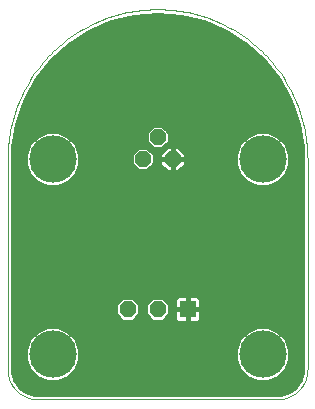
<source format=gtl>
G75*
%MOIN*%
%OFA0B0*%
%FSLAX25Y25*%
%IPPOS*%
%LPD*%
%AMOC8*
5,1,8,0,0,1.08239X$1,22.5*
%
%ADD10OC8,0.05200*%
%ADD11OC8,0.05600*%
%ADD12R,0.05600X0.05600*%
%ADD13C,0.00000*%
%ADD14C,0.15811*%
%ADD15C,0.01600*%
D10*
X0051800Y0104006D03*
X0056800Y0111506D03*
X0061800Y0104006D03*
D11*
X0056800Y0054006D03*
X0046800Y0054006D03*
D12*
X0066800Y0054006D03*
D13*
X0096800Y0024006D02*
X0016800Y0024006D01*
X0016558Y0024009D01*
X0016317Y0024018D01*
X0016076Y0024032D01*
X0015835Y0024053D01*
X0015595Y0024079D01*
X0015355Y0024111D01*
X0015116Y0024149D01*
X0014879Y0024192D01*
X0014642Y0024242D01*
X0014407Y0024297D01*
X0014173Y0024357D01*
X0013941Y0024424D01*
X0013710Y0024495D01*
X0013481Y0024573D01*
X0013254Y0024656D01*
X0013029Y0024744D01*
X0012806Y0024838D01*
X0012586Y0024937D01*
X0012368Y0025042D01*
X0012153Y0025151D01*
X0011940Y0025266D01*
X0011730Y0025386D01*
X0011524Y0025511D01*
X0011320Y0025641D01*
X0011119Y0025776D01*
X0010922Y0025916D01*
X0010728Y0026060D01*
X0010538Y0026209D01*
X0010352Y0026363D01*
X0010169Y0026521D01*
X0009990Y0026683D01*
X0009815Y0026850D01*
X0009644Y0027021D01*
X0009477Y0027196D01*
X0009315Y0027375D01*
X0009157Y0027558D01*
X0009003Y0027744D01*
X0008854Y0027934D01*
X0008710Y0028128D01*
X0008570Y0028325D01*
X0008435Y0028526D01*
X0008305Y0028730D01*
X0008180Y0028936D01*
X0008060Y0029146D01*
X0007945Y0029359D01*
X0007836Y0029574D01*
X0007731Y0029792D01*
X0007632Y0030012D01*
X0007538Y0030235D01*
X0007450Y0030460D01*
X0007367Y0030687D01*
X0007289Y0030916D01*
X0007218Y0031147D01*
X0007151Y0031379D01*
X0007091Y0031613D01*
X0007036Y0031848D01*
X0006986Y0032085D01*
X0006943Y0032322D01*
X0006905Y0032561D01*
X0006873Y0032801D01*
X0006847Y0033041D01*
X0006826Y0033282D01*
X0006812Y0033523D01*
X0006803Y0033764D01*
X0006800Y0034006D01*
X0006800Y0104006D01*
X0006815Y0105224D01*
X0006859Y0106440D01*
X0006933Y0107656D01*
X0007037Y0108869D01*
X0007170Y0110079D01*
X0007333Y0111286D01*
X0007525Y0112488D01*
X0007746Y0113686D01*
X0007996Y0114878D01*
X0008275Y0116063D01*
X0008583Y0117241D01*
X0008920Y0118411D01*
X0009285Y0119573D01*
X0009678Y0120725D01*
X0010099Y0121868D01*
X0010548Y0122999D01*
X0011024Y0124120D01*
X0011528Y0125229D01*
X0012058Y0126325D01*
X0012615Y0127408D01*
X0013198Y0128477D01*
X0013806Y0129531D01*
X0014441Y0130571D01*
X0015100Y0131594D01*
X0015784Y0132602D01*
X0016493Y0133592D01*
X0017225Y0134565D01*
X0017981Y0135519D01*
X0018760Y0136455D01*
X0019561Y0137372D01*
X0020385Y0138269D01*
X0021230Y0139145D01*
X0022096Y0140001D01*
X0022983Y0140836D01*
X0023890Y0141648D01*
X0024816Y0142438D01*
X0025762Y0143206D01*
X0026725Y0143950D01*
X0027707Y0144670D01*
X0028706Y0145367D01*
X0029721Y0146039D01*
X0030753Y0146686D01*
X0031800Y0147307D01*
X0032862Y0147903D01*
X0033938Y0148473D01*
X0035027Y0149017D01*
X0036130Y0149533D01*
X0037245Y0150023D01*
X0038371Y0150486D01*
X0039508Y0150921D01*
X0040656Y0151328D01*
X0041813Y0151707D01*
X0042979Y0152058D01*
X0044153Y0152380D01*
X0045335Y0152674D01*
X0046524Y0152939D01*
X0047718Y0153174D01*
X0048918Y0153381D01*
X0050123Y0153558D01*
X0051331Y0153706D01*
X0052543Y0153824D01*
X0053758Y0153913D01*
X0054974Y0153973D01*
X0056191Y0154002D01*
X0057409Y0154002D01*
X0058626Y0153973D01*
X0059842Y0153913D01*
X0061057Y0153824D01*
X0062269Y0153706D01*
X0063477Y0153558D01*
X0064682Y0153381D01*
X0065882Y0153174D01*
X0067076Y0152939D01*
X0068265Y0152674D01*
X0069447Y0152380D01*
X0070621Y0152058D01*
X0071787Y0151707D01*
X0072944Y0151328D01*
X0074092Y0150921D01*
X0075229Y0150486D01*
X0076355Y0150023D01*
X0077470Y0149533D01*
X0078573Y0149017D01*
X0079662Y0148473D01*
X0080738Y0147903D01*
X0081800Y0147307D01*
X0082847Y0146686D01*
X0083879Y0146039D01*
X0084894Y0145367D01*
X0085893Y0144670D01*
X0086875Y0143950D01*
X0087838Y0143206D01*
X0088784Y0142438D01*
X0089710Y0141648D01*
X0090617Y0140836D01*
X0091504Y0140001D01*
X0092370Y0139145D01*
X0093215Y0138269D01*
X0094039Y0137372D01*
X0094840Y0136455D01*
X0095619Y0135519D01*
X0096375Y0134565D01*
X0097107Y0133592D01*
X0097816Y0132602D01*
X0098500Y0131594D01*
X0099159Y0130571D01*
X0099794Y0129531D01*
X0100402Y0128477D01*
X0100985Y0127408D01*
X0101542Y0126325D01*
X0102072Y0125229D01*
X0102576Y0124120D01*
X0103052Y0122999D01*
X0103501Y0121868D01*
X0103922Y0120725D01*
X0104315Y0119573D01*
X0104680Y0118411D01*
X0105017Y0117241D01*
X0105325Y0116063D01*
X0105604Y0114878D01*
X0105854Y0113686D01*
X0106075Y0112488D01*
X0106267Y0111286D01*
X0106430Y0110079D01*
X0106563Y0108869D01*
X0106667Y0107656D01*
X0106741Y0106440D01*
X0106785Y0105224D01*
X0106800Y0104006D01*
X0106800Y0034006D01*
X0106797Y0033764D01*
X0106788Y0033523D01*
X0106774Y0033282D01*
X0106753Y0033041D01*
X0106727Y0032801D01*
X0106695Y0032561D01*
X0106657Y0032322D01*
X0106614Y0032085D01*
X0106564Y0031848D01*
X0106509Y0031613D01*
X0106449Y0031379D01*
X0106382Y0031147D01*
X0106311Y0030916D01*
X0106233Y0030687D01*
X0106150Y0030460D01*
X0106062Y0030235D01*
X0105968Y0030012D01*
X0105869Y0029792D01*
X0105764Y0029574D01*
X0105655Y0029359D01*
X0105540Y0029146D01*
X0105420Y0028936D01*
X0105295Y0028730D01*
X0105165Y0028526D01*
X0105030Y0028325D01*
X0104890Y0028128D01*
X0104746Y0027934D01*
X0104597Y0027744D01*
X0104443Y0027558D01*
X0104285Y0027375D01*
X0104123Y0027196D01*
X0103956Y0027021D01*
X0103785Y0026850D01*
X0103610Y0026683D01*
X0103431Y0026521D01*
X0103248Y0026363D01*
X0103062Y0026209D01*
X0102872Y0026060D01*
X0102678Y0025916D01*
X0102481Y0025776D01*
X0102280Y0025641D01*
X0102076Y0025511D01*
X0101870Y0025386D01*
X0101660Y0025266D01*
X0101447Y0025151D01*
X0101232Y0025042D01*
X0101014Y0024937D01*
X0100794Y0024838D01*
X0100571Y0024744D01*
X0100346Y0024656D01*
X0100119Y0024573D01*
X0099890Y0024495D01*
X0099659Y0024424D01*
X0099427Y0024357D01*
X0099193Y0024297D01*
X0098958Y0024242D01*
X0098721Y0024192D01*
X0098484Y0024149D01*
X0098245Y0024111D01*
X0098005Y0024079D01*
X0097765Y0024053D01*
X0097524Y0024032D01*
X0097283Y0024018D01*
X0097042Y0024009D01*
X0096800Y0024006D01*
D14*
X0091800Y0039006D03*
X0091800Y0104006D03*
X0021800Y0104006D03*
X0021800Y0039006D03*
D15*
X0027953Y0031998D02*
X0085647Y0031998D01*
X0086529Y0031117D02*
X0089949Y0029700D01*
X0093651Y0029700D01*
X0097071Y0031117D01*
X0099689Y0033735D01*
X0101105Y0037155D01*
X0101105Y0040857D01*
X0099689Y0044277D01*
X0097071Y0046895D01*
X0093651Y0048311D01*
X0089949Y0048311D01*
X0086529Y0046895D01*
X0083911Y0044277D01*
X0082494Y0040857D01*
X0082494Y0037155D01*
X0083911Y0033735D01*
X0086529Y0031117D01*
X0088260Y0030400D02*
X0025340Y0030400D01*
X0023651Y0029700D02*
X0027071Y0031117D01*
X0029689Y0033735D01*
X0031105Y0037155D01*
X0031105Y0040857D01*
X0029689Y0044277D01*
X0027071Y0046895D01*
X0023651Y0048311D01*
X0019949Y0048311D01*
X0016529Y0046895D01*
X0013911Y0044277D01*
X0012494Y0040857D01*
X0012494Y0037155D01*
X0013911Y0033735D01*
X0016529Y0031117D01*
X0019949Y0029700D01*
X0023651Y0029700D01*
X0018260Y0030400D02*
X0009456Y0030400D01*
X0009494Y0030283D02*
X0008701Y0032723D01*
X0008600Y0034006D01*
X0008600Y0104006D01*
X0008765Y0107986D01*
X0010075Y0115838D01*
X0012660Y0123368D01*
X0016449Y0130369D01*
X0021338Y0136651D01*
X0027195Y0142042D01*
X0033859Y0146397D01*
X0041149Y0149594D01*
X0048867Y0151549D01*
X0056800Y0152206D01*
X0064733Y0151549D01*
X0072451Y0149594D01*
X0079741Y0146397D01*
X0086405Y0142042D01*
X0092262Y0136651D01*
X0097151Y0130369D01*
X0100940Y0123368D01*
X0103525Y0115838D01*
X0104835Y0107986D01*
X0105000Y0104006D01*
X0105000Y0034006D01*
X0104899Y0032723D01*
X0104106Y0030283D01*
X0102598Y0028208D01*
X0100523Y0026700D01*
X0098083Y0025907D01*
X0096800Y0025806D01*
X0016800Y0025806D01*
X0015517Y0025907D01*
X0013077Y0026700D01*
X0011002Y0028208D01*
X0009494Y0030283D01*
X0008936Y0031998D02*
X0015647Y0031998D01*
X0014049Y0033597D02*
X0008632Y0033597D01*
X0008600Y0035195D02*
X0013306Y0035195D01*
X0012644Y0036794D02*
X0008600Y0036794D01*
X0008600Y0038393D02*
X0012494Y0038393D01*
X0012494Y0039991D02*
X0008600Y0039991D01*
X0008600Y0041590D02*
X0012798Y0041590D01*
X0013460Y0043188D02*
X0008600Y0043188D01*
X0008600Y0044787D02*
X0014421Y0044787D01*
X0016019Y0046385D02*
X0008600Y0046385D01*
X0008600Y0047984D02*
X0019158Y0047984D01*
X0024442Y0047984D02*
X0089158Y0047984D01*
X0086019Y0046385D02*
X0027581Y0046385D01*
X0029179Y0044787D02*
X0084421Y0044787D01*
X0083460Y0043188D02*
X0030140Y0043188D01*
X0030802Y0041590D02*
X0082798Y0041590D01*
X0082494Y0039991D02*
X0031105Y0039991D01*
X0031105Y0038393D02*
X0082494Y0038393D01*
X0082644Y0036794D02*
X0030956Y0036794D01*
X0030294Y0035195D02*
X0083306Y0035195D01*
X0084049Y0033597D02*
X0029551Y0033597D01*
X0045060Y0049806D02*
X0042600Y0052266D01*
X0042600Y0055746D01*
X0045060Y0058206D01*
X0048540Y0058206D01*
X0051000Y0055746D01*
X0051000Y0052266D01*
X0048540Y0049806D01*
X0045060Y0049806D01*
X0043686Y0051181D02*
X0008600Y0051181D01*
X0008600Y0052779D02*
X0042600Y0052779D01*
X0042600Y0054378D02*
X0008600Y0054378D01*
X0008600Y0055976D02*
X0042831Y0055976D01*
X0044429Y0057575D02*
X0008600Y0057575D01*
X0008600Y0059173D02*
X0105000Y0059173D01*
X0105000Y0057575D02*
X0071235Y0057575D01*
X0071277Y0057501D02*
X0071040Y0057911D01*
X0070705Y0058246D01*
X0070295Y0058483D01*
X0069837Y0058606D01*
X0066800Y0058606D01*
X0066800Y0054006D01*
X0066800Y0054006D01*
X0066800Y0058606D01*
X0063763Y0058606D01*
X0063305Y0058483D01*
X0062895Y0058246D01*
X0062560Y0057911D01*
X0062323Y0057501D01*
X0062200Y0057043D01*
X0062200Y0054006D01*
X0066800Y0054006D01*
X0071400Y0054006D01*
X0071400Y0057043D01*
X0071277Y0057501D01*
X0071400Y0055976D02*
X0105000Y0055976D01*
X0105000Y0054378D02*
X0071400Y0054378D01*
X0071400Y0054006D02*
X0066800Y0054006D01*
X0066800Y0054006D01*
X0066800Y0054006D01*
X0062200Y0054006D01*
X0062200Y0050969D01*
X0062323Y0050511D01*
X0062560Y0050101D01*
X0062895Y0049766D01*
X0063305Y0049529D01*
X0063763Y0049406D01*
X0066800Y0049406D01*
X0069837Y0049406D01*
X0070295Y0049529D01*
X0070705Y0049766D01*
X0071040Y0050101D01*
X0071277Y0050511D01*
X0071400Y0050969D01*
X0071400Y0054006D01*
X0071400Y0052779D02*
X0105000Y0052779D01*
X0105000Y0051181D02*
X0071400Y0051181D01*
X0070387Y0049582D02*
X0105000Y0049582D01*
X0105000Y0047984D02*
X0094442Y0047984D01*
X0097581Y0046385D02*
X0105000Y0046385D01*
X0105000Y0044787D02*
X0099179Y0044787D01*
X0100140Y0043188D02*
X0105000Y0043188D01*
X0105000Y0041590D02*
X0100802Y0041590D01*
X0101105Y0039991D02*
X0105000Y0039991D01*
X0105000Y0038393D02*
X0101105Y0038393D01*
X0100956Y0036794D02*
X0105000Y0036794D01*
X0105000Y0035195D02*
X0100294Y0035195D01*
X0099551Y0033597D02*
X0104968Y0033597D01*
X0104664Y0031998D02*
X0097953Y0031998D01*
X0095340Y0030400D02*
X0104144Y0030400D01*
X0103030Y0028801D02*
X0010570Y0028801D01*
X0012385Y0027203D02*
X0101215Y0027203D01*
X0105000Y0060772D02*
X0008600Y0060772D01*
X0008600Y0062370D02*
X0105000Y0062370D01*
X0105000Y0063969D02*
X0008600Y0063969D01*
X0008600Y0065567D02*
X0105000Y0065567D01*
X0105000Y0067166D02*
X0008600Y0067166D01*
X0008600Y0068764D02*
X0105000Y0068764D01*
X0105000Y0070363D02*
X0008600Y0070363D01*
X0008600Y0071961D02*
X0105000Y0071961D01*
X0105000Y0073560D02*
X0008600Y0073560D01*
X0008600Y0075158D02*
X0105000Y0075158D01*
X0105000Y0076757D02*
X0008600Y0076757D01*
X0008600Y0078355D02*
X0105000Y0078355D01*
X0105000Y0079954D02*
X0008600Y0079954D01*
X0008600Y0081552D02*
X0105000Y0081552D01*
X0105000Y0083151D02*
X0008600Y0083151D01*
X0008600Y0084749D02*
X0105000Y0084749D01*
X0105000Y0086348D02*
X0008600Y0086348D01*
X0008600Y0087946D02*
X0105000Y0087946D01*
X0105000Y0089545D02*
X0008600Y0089545D01*
X0008600Y0091143D02*
X0105000Y0091143D01*
X0105000Y0092742D02*
X0008600Y0092742D01*
X0008600Y0094340D02*
X0105000Y0094340D01*
X0105000Y0095939D02*
X0096641Y0095939D01*
X0097071Y0096117D02*
X0099689Y0098735D01*
X0101105Y0102155D01*
X0101105Y0105857D01*
X0099689Y0109277D01*
X0097071Y0111895D01*
X0093651Y0113311D01*
X0089949Y0113311D01*
X0086529Y0111895D01*
X0083911Y0109277D01*
X0082494Y0105857D01*
X0082494Y0102155D01*
X0083911Y0098735D01*
X0086529Y0096117D01*
X0089949Y0094700D01*
X0093651Y0094700D01*
X0097071Y0096117D01*
X0098491Y0097537D02*
X0105000Y0097537D01*
X0105000Y0099136D02*
X0099855Y0099136D01*
X0100517Y0100734D02*
X0105000Y0100734D01*
X0105000Y0102333D02*
X0101105Y0102333D01*
X0101105Y0103931D02*
X0105000Y0103931D01*
X0104937Y0105530D02*
X0101105Y0105530D01*
X0100579Y0107128D02*
X0104871Y0107128D01*
X0104712Y0108727D02*
X0099917Y0108727D01*
X0098640Y0110326D02*
X0104445Y0110326D01*
X0104178Y0111924D02*
X0097000Y0111924D01*
X0103223Y0116720D02*
X0010377Y0116720D01*
X0009955Y0115121D02*
X0054758Y0115121D01*
X0055143Y0115506D02*
X0052800Y0113163D01*
X0052800Y0109849D01*
X0055143Y0107506D01*
X0058457Y0107506D01*
X0060800Y0109849D01*
X0060800Y0113163D01*
X0058457Y0115506D01*
X0055143Y0115506D01*
X0053160Y0113523D02*
X0009688Y0113523D01*
X0009422Y0111924D02*
X0016600Y0111924D01*
X0016529Y0111895D02*
X0013911Y0109277D01*
X0012494Y0105857D01*
X0012494Y0102155D01*
X0013911Y0098735D01*
X0016529Y0096117D01*
X0019949Y0094700D01*
X0023651Y0094700D01*
X0027071Y0096117D01*
X0029689Y0098735D01*
X0031105Y0102155D01*
X0031105Y0105857D01*
X0029689Y0109277D01*
X0027071Y0111895D01*
X0023651Y0113311D01*
X0019949Y0113311D01*
X0016529Y0111895D01*
X0014960Y0110326D02*
X0009155Y0110326D01*
X0008888Y0108727D02*
X0013683Y0108727D01*
X0013021Y0107128D02*
X0008729Y0107128D01*
X0008663Y0105530D02*
X0012494Y0105530D01*
X0012494Y0103931D02*
X0008600Y0103931D01*
X0008600Y0102333D02*
X0012494Y0102333D01*
X0013083Y0100734D02*
X0008600Y0100734D01*
X0008600Y0099136D02*
X0013745Y0099136D01*
X0015109Y0097537D02*
X0008600Y0097537D01*
X0008600Y0095939D02*
X0016959Y0095939D01*
X0026641Y0095939D02*
X0086959Y0095939D01*
X0085109Y0097537D02*
X0028491Y0097537D01*
X0029855Y0099136D02*
X0083745Y0099136D01*
X0083083Y0100734D02*
X0064751Y0100734D01*
X0063623Y0099606D02*
X0066200Y0102183D01*
X0066200Y0104006D01*
X0066200Y0105828D01*
X0063623Y0108406D01*
X0061800Y0108406D01*
X0061800Y0104006D01*
X0061800Y0104006D01*
X0061800Y0108406D01*
X0059977Y0108406D01*
X0057400Y0105828D01*
X0057400Y0104006D01*
X0061800Y0104006D01*
X0066200Y0104006D01*
X0061800Y0104006D01*
X0061800Y0104006D01*
X0061800Y0104006D01*
X0057400Y0104006D01*
X0057400Y0102183D01*
X0059977Y0099606D01*
X0061800Y0099606D01*
X0063623Y0099606D01*
X0061800Y0099606D02*
X0061800Y0104006D01*
X0061800Y0104006D01*
X0061800Y0099606D01*
X0061800Y0100734D02*
X0061800Y0100734D01*
X0061800Y0102333D02*
X0061800Y0102333D01*
X0061800Y0103931D02*
X0061800Y0103931D01*
X0061800Y0105530D02*
X0061800Y0105530D01*
X0061800Y0107128D02*
X0061800Y0107128D01*
X0059678Y0108727D02*
X0083683Y0108727D01*
X0083021Y0107128D02*
X0064900Y0107128D01*
X0066200Y0105530D02*
X0082494Y0105530D01*
X0082494Y0103931D02*
X0066200Y0103931D01*
X0066200Y0102333D02*
X0082494Y0102333D01*
X0084960Y0110326D02*
X0060800Y0110326D01*
X0060800Y0111924D02*
X0086600Y0111924D01*
X0098483Y0127909D02*
X0015117Y0127909D01*
X0014252Y0126311D02*
X0099348Y0126311D01*
X0100213Y0124712D02*
X0013387Y0124712D01*
X0012573Y0123114D02*
X0101027Y0123114D01*
X0101576Y0121515D02*
X0012024Y0121515D01*
X0011475Y0119917D02*
X0102125Y0119917D01*
X0102674Y0118318D02*
X0010926Y0118318D01*
X0015983Y0129508D02*
X0097617Y0129508D01*
X0096578Y0131106D02*
X0017022Y0131106D01*
X0018267Y0132705D02*
X0095333Y0132705D01*
X0094089Y0134303D02*
X0019511Y0134303D01*
X0020755Y0135902D02*
X0092845Y0135902D01*
X0091339Y0137500D02*
X0022261Y0137500D01*
X0023997Y0139099D02*
X0089603Y0139099D01*
X0087866Y0140697D02*
X0025734Y0140697D01*
X0027583Y0142296D02*
X0086017Y0142296D01*
X0083571Y0143894D02*
X0030029Y0143894D01*
X0032476Y0145493D02*
X0081124Y0145493D01*
X0078157Y0147091D02*
X0035443Y0147091D01*
X0039087Y0148690D02*
X0074513Y0148690D01*
X0069710Y0150288D02*
X0043890Y0150288D01*
X0052949Y0151887D02*
X0060651Y0151887D01*
X0058842Y0115121D02*
X0103645Y0115121D01*
X0103912Y0113523D02*
X0060440Y0113523D01*
X0058700Y0107128D02*
X0054334Y0107128D01*
X0053457Y0108006D02*
X0050143Y0108006D01*
X0047800Y0105663D01*
X0047800Y0102349D01*
X0050143Y0100006D01*
X0053457Y0100006D01*
X0055800Y0102349D01*
X0055800Y0105663D01*
X0053457Y0108006D01*
X0053922Y0108727D02*
X0029917Y0108727D01*
X0030579Y0107128D02*
X0049266Y0107128D01*
X0047800Y0105530D02*
X0031105Y0105530D01*
X0031105Y0103931D02*
X0047800Y0103931D01*
X0047816Y0102333D02*
X0031105Y0102333D01*
X0030517Y0100734D02*
X0049415Y0100734D01*
X0054185Y0100734D02*
X0058849Y0100734D01*
X0057400Y0102333D02*
X0055784Y0102333D01*
X0055800Y0103931D02*
X0057400Y0103931D01*
X0057400Y0105530D02*
X0055800Y0105530D01*
X0052800Y0110326D02*
X0028640Y0110326D01*
X0027000Y0111924D02*
X0052800Y0111924D01*
X0055060Y0058206D02*
X0052600Y0055746D01*
X0052600Y0052266D01*
X0055060Y0049806D01*
X0058540Y0049806D01*
X0061000Y0052266D01*
X0061000Y0055746D01*
X0058540Y0058206D01*
X0055060Y0058206D01*
X0054429Y0057575D02*
X0049171Y0057575D01*
X0050769Y0055976D02*
X0052831Y0055976D01*
X0052600Y0054378D02*
X0051000Y0054378D01*
X0051000Y0052779D02*
X0052600Y0052779D01*
X0053686Y0051181D02*
X0049914Y0051181D01*
X0059914Y0051181D02*
X0062200Y0051181D01*
X0062200Y0052779D02*
X0061000Y0052779D01*
X0061000Y0054378D02*
X0062200Y0054378D01*
X0062200Y0055976D02*
X0060769Y0055976D01*
X0062365Y0057575D02*
X0059171Y0057575D01*
X0063213Y0049582D02*
X0008600Y0049582D01*
X0066800Y0049582D02*
X0066800Y0049582D01*
X0066800Y0049406D02*
X0066800Y0054006D01*
X0066800Y0054006D01*
X0066800Y0049406D01*
X0066800Y0051181D02*
X0066800Y0051181D01*
X0066800Y0052779D02*
X0066800Y0052779D01*
X0066800Y0054378D02*
X0066800Y0054378D01*
X0066800Y0055976D02*
X0066800Y0055976D01*
X0066800Y0057575D02*
X0066800Y0057575D01*
M02*

</source>
